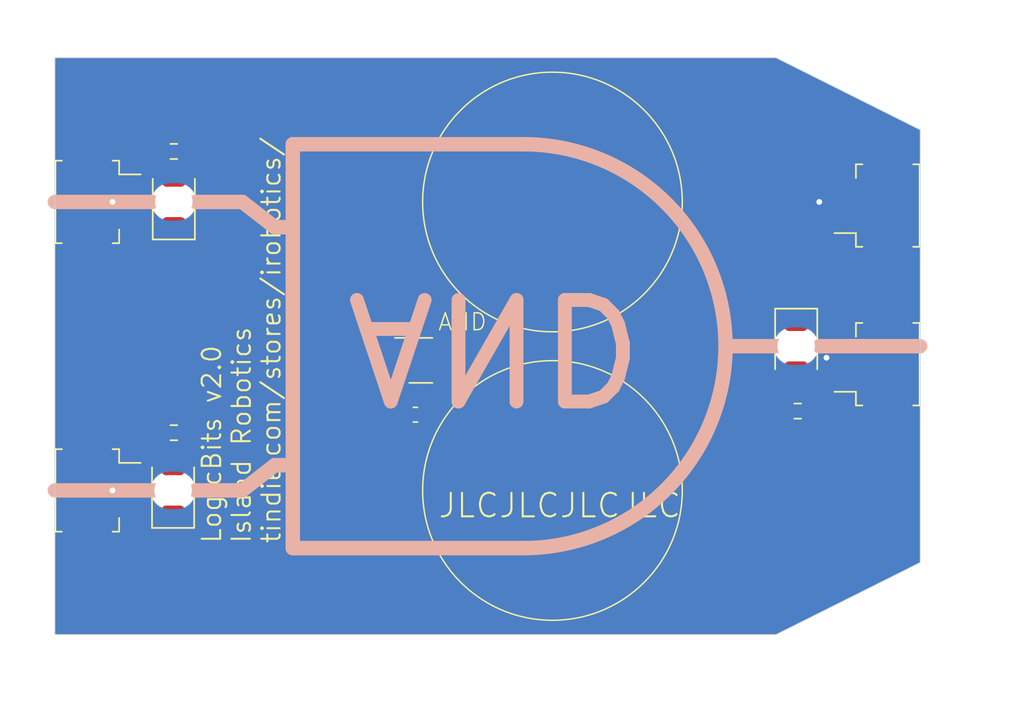
<source format=kicad_pcb>
(kicad_pcb (version 20240108) (generator "pcbnew") (generator_version "8.0")
  (layers (0 "F.Cu" signal) (31 "B.Cu" signal) (34 "B.Paste" user) (35 "F.Paste" user) (36 "B.SilkS" user "B.Silkscreen") (37 "F.SilkS" user "F.Silkscreen") (38 "B.Mask" user) (39 "F.Mask" user) (44 "Edge.Cuts" user))
  (net 0 "")
  (net 1 "GND")
  (net 2 "Net-(D1-A)")
  (net 3 "Net-(D2-A)")
  (net 4 "Net-(D3-A)")
  (net 5 "/A")
  (net 6 "/B")
  (net 7 "/Y")
  (net 8 "+5V")
  (footprint "Connector_Molex:Molex_PicoBlade_53261-0371_1x03-1MP_P1.25mm_Horizontal" (layer "F.Cu") (at 120.75 95 -90)
    (property "Reference" "J1" (hide yes))
    (property "Value" "Conn_01x03_Male" (hide yes))
    (fp_line (start -2.86 2.71) (end 2.86 2.71) (stroke (width 0.12)) (layer "F.SilkS"))
    (fp_line (start 2.86 2.71) (end 2.86 2.26) (stroke (width 0.12)) (layer "F.SilkS"))
    (fp_line (start -2.86 2.26) (end -2.86 2.71) (stroke (width 0.12)) (layer "F.SilkS"))
    (fp_line (start -2.86 -1.26) (end -2.86 -1.71) (stroke (width 0.12)) (layer "F.SilkS"))
    (fp_line (start 2.86 -1.26) (end 2.86 -1.71) (stroke (width 0.12)) (layer "F.SilkS"))
    (fp_line (start -2.86 -1.71) (end -1.91 -1.71) (stroke (width 0.12)) (layer "F.SilkS"))
    (fp_line (start -1.91 -1.71) (end -1.91 -3.2) (stroke (width 0.12)) (layer "F.SilkS"))
    (fp_line (start 2.86 -1.71) (end 1.91 -1.71) (stroke (width 0.12)) (layer "F.SilkS"))
    (pad "1" smd roundrect (at -1.25 -2.4 270) (size 0.8 1.6) (layers "F.Cu" "F.Paste" "F.Mask") (net 5 "/A"))
    (pad "2" smd roundrect (at 0 -2.4 270) (size 0.8 1.6) (layers "F.Cu" "F.Paste" "F.Mask") (net 1 "GND"))
    (pad "3" smd roundrect (at 1.25 -2.4 270) (size 0.8 1.6) (layers "F.Cu" "F.Paste" "F.Mask") (net 8 "+5V"))
    (pad "MP" smd roundrect (at -3.8 0.5 270) (size 2.1 3) (layers "F.Cu" "F.Paste" "F.Mask") (roundrect_rratio 0.1190480952))
    (pad "MP" smd roundrect (at 3.8 0.5 270) (size 2.1 3) (layers "F.Cu" "F.Paste" "F.Mask") (roundrect_rratio 0.1190480952))
  )
  (footprint "Connector_Molex:Molex_PicoBlade_53261-0371_1x03-1MP_P1.25mm_Horizontal" (layer "F.Cu") (at 175.25 95.25 90)
    (property "Reference" "J4" (hide yes))
    (property "Value" "Conn_01x03_Male" (hide yes))
    (fp_line (start 2.86 -1.71) (end 1.91 -1.71) (stroke (width 0.12)) (layer "F.SilkS"))
    (fp_line (start -1.91 -1.71) (end -1.91 -3.2) (stroke (width 0.12)) (layer "F.SilkS"))
    (fp_line (start -2.86 -1.71) (end -1.91 -1.71) (stroke (width 0.12)) (layer "F.SilkS"))
    (fp_line (start 2.86 -1.26) (end 2.86 -1.71) (stroke (width 0.12)) (layer "F.SilkS"))
    (fp_line (start -2.86 -1.26) (end -2.86 -1.71) (stroke (width 0.12)) (layer "F.SilkS"))
    (fp_line (start -2.86 2.26) (end -2.86 2.71) (stroke (width 0.12)) (layer "F.SilkS"))
    (fp_line (start 2.86 2.71) (end 2.86 2.26) (stroke (width 0.12)) (layer "F.SilkS"))
    (fp_line (start -2.86 2.71) (end 2.86 2.71) (stroke (width 0.12)) (layer "F.SilkS"))
    (pad "1" smd roundrect (at -1.25 -2.4 90) (size 0.8 1.6) (layers "F.Cu" "F.Paste" "F.Mask") (net 7 "/Y"))
    (pad "2" smd roundrect (at 0 -2.4 90) (size 0.8 1.6) (layers "F.Cu" "F.Paste" "F.Mask") (net 1 "GND"))
    (pad "3" smd roundrect (at 1.25 -2.4 90) (size 0.8 1.6) (layers "F.Cu" "F.Paste" "F.Mask") (net 8 "+5V"))
    (pad "MP" smd roundrect (at -3.8 0.5 90) (size 2.1 3) (layers "F.Cu" "F.Paste" "F.Mask") (roundrect_rratio 0.1190480952))
    (pad "MP" smd roundrect (at 3.8 0.5 90) (size 2.1 3) (layers "F.Cu" "F.Paste" "F.Mask") (roundrect_rratio 0.1190480952))
  )
  (footprint "shurik-personal:LITE_ON_LTST_C230TBKT-LED_1206_3216Metric_ReverseMount" (layer "F.Cu") (at 169.4 105 -90)
    (property "Reference" "D3" (hide yes))
    (property "Value" "LED" (hide yes))
    (fp_line (start -2.6 1.46) (end 1.6 1.46) (stroke (width 0.12)) (layer "F.SilkS"))
    (fp_line (start -2.6 -1.46) (end -2.6 1.46) (stroke (width 0.12)) (layer "F.SilkS"))
    (fp_line (start 1.6 -1.46) (end -2.6 -1.46) (stroke (width 0.12)) (layer "F.SilkS"))
    (pad "" np_thru_hole oval (at 0 0 270) (size 2.1 2.6) (drill oval 2.1 2.6) (layers "F&B.Cu" "*.Mask"))
    (pad "1" smd roundrect (at -1.8 0 270) (size 1.5 1.6) (layers "F.Cu" "F.Paste" "F.Mask") (roundrect_rratio 0.2) (net 1 "GND"))
    (pad "2" smd roundrect (at 1.8 0 270) (size 1.5 1.6) (layers "F.Cu" "F.Paste" "F.Mask") (roundrect_rratio 0.2) (net 4 "Net-(D3-A)"))
  )
  (footprint "Package_TO_SOT_SMD:SOT-23-5" (layer "F.Cu") (at 143.3775 105.984)
    (property "Reference" "U1" (hide yes))
    (property "Value" "74LVC1G08" (hide yes))
    (fp_line (start 0 -1.56) (end -1.8 -1.56) (stroke (width 0.12)) (layer "F.SilkS"))
    (fp_line (start 0 -1.56) (end 0.8 -1.56) (stroke (width 0.12)) (layer "F.SilkS"))
    (fp_line (start 0 1.56) (end -0.8 1.56) (stroke (width 0.12)) (layer "F.SilkS"))
    (fp_line (start 0 1.56) (end 0.8 1.56) (stroke (width 0.12)) (layer "F.SilkS"))
    (pad "1" smd roundrect (at -1.1375 -0.95) (size 1.325 0.6) (layers "F.Cu" "F.Paste" "F.Mask") (net 5 "/A"))
    (pad "2" smd roundrect (at -1.1375 0) (size 1.325 0.6) (layers "F.Cu" "F.Paste" "F.Mask") (net 6 "/B"))
    (pad "3" smd roundrect (at -1.1375 0.95) (size 1.325 0.6) (layers "F.Cu" "F.Paste" "F.Mask") (net 1 "GND"))
    (pad "4" smd roundrect (at 1.1375 0.95) (size 1.325 0.6) (layers "F.Cu" "F.Paste" "F.Mask") (net 7 "/Y"))
    (pad "5" smd roundrect (at 1.1375 -0.95) (size 1.325 0.6) (layers "F.Cu" "F.Paste" "F.Mask") (net 8 "+5V"))
  )
  (footprint "shurik-personal:LITE_ON_LTST_C230TBKT-LED_1206_3216Metric_ReverseMount" (layer "F.Cu") (at 126.25 95 90)
    (property "Reference" "D1" (hide yes))
    (property "Value" "LED" (hide yes))
    (fp_line (start 1.6 -1.46) (end -2.6 -1.46) (stroke (width 0.12)) (layer "F.SilkS"))
    (fp_line (start -2.6 -1.46) (end -2.6 1.46) (stroke (width 0.12)) (layer "F.SilkS"))
    (fp_line (start -2.6 1.46) (end 1.6 1.46) (stroke (width 0.12)) (layer "F.SilkS"))
    (pad "" np_thru_hole oval (at 0 0 90) (size 2.1 2.6) (drill oval 2.1 2.6) (layers "F&B.Cu" "*.Mask"))
    (pad "1" smd roundrect (at -1.8 0 90) (size 1.5 1.6) (layers "F.Cu" "F.Paste" "F.Mask") (roundrect_rratio 0.2) (net 1 "GND"))
    (pad "2" smd roundrect (at 1.8 0 90) (size 1.5 1.6) (layers "F.Cu" "F.Paste" "F.Mask") (roundrect_rratio 0.2) (net 2 "Net-(D1-A)"))
  )
  (footprint "Resistor_SMD:R_0603_1608Metric" (layer "F.Cu") (at 169.5 109.5)
    (property "Reference" "R3" (hide yes))
    (property "Value" "330" (hide yes))
    (fp_line (start -0.237258 -0.5225) (end 0.237258 -0.5225) (stroke (width 0.12)) (layer "F.SilkS"))
    (fp_line (start -0.237258 0.5225) (end 0.237258 0.5225) (stroke (width 0.12)) (layer "F.SilkS"))
    (pad "1" smd roundrect (at -0.825 0) (size 0.8 0.95) (layers "F.Cu" "F.Paste" "F.Mask") (net 7 "/Y"))
    (pad "2" smd roundrect (at 0.825 0) (size 0.8 0.95) (layers "F.Cu" "F.Paste" "F.Mask") (net 4 "Net-(D3-A)"))
  )
  (footprint "Resistor_SMD:R_0603_1608Metric" (layer "F.Cu") (at 126.25 91.5)
    (property "Reference" "R1" (hide yes))
    (property "Value" "330" (hide yes))
    (fp_line (start -0.237258 -0.5225) (end 0.237258 -0.5225) (stroke (width 0.12)) (layer "F.SilkS"))
    (fp_line (start -0.237258 0.5225) (end 0.237258 0.5225) (stroke (width 0.12)) (layer "F.SilkS"))
    (pad "1" smd roundrect (at -0.825 0) (size 0.8 0.95) (layers "F.Cu" "F.Paste" "F.Mask") (net 5 "/A"))
    (pad "2" smd roundrect (at 0.825 0) (size 0.8 0.95) (layers "F.Cu" "F.Paste" "F.Mask") (net 2 "Net-(D1-A)"))
  )
  (footprint "Capacitor_SMD:C_0603_1608Metric" (layer "F.Cu") (at 143 109.75 180)
    (property "Reference" "C1" (hide yes))
    (property "Value" "100nF" (hide yes))
    (fp_line (start -0.14058 0.51) (end 0.14058 0.51) (stroke (width 0.12)) (layer "F.SilkS"))
    (fp_line (start -0.14058 -0.51) (end 0.14058 -0.51) (stroke (width 0.12)) (layer "F.SilkS"))
    (pad "1" smd roundrect (at -0.775 0 180) (size 0.9 0.95) (layers "F.Cu" "F.Paste" "F.Mask") (net 8 "+5V"))
    (pad "2" smd roundrect (at 0.775 0 180) (size 0.9 0.95) (layers "F.Cu" "F.Paste" "F.Mask") (net 1 "GND"))
  )
  (footprint "Connector_Molex:Molex_PicoBlade_53261-0371_1x03-1MP_P1.25mm_Horizontal" (layer "F.Cu") (at 175.25 106.25 90)
    (property "Reference" "J3" (hide yes))
    (property "Value" "Conn_01x03_Male" (hide yes))
    (fp_line (start 2.86 -1.71) (end 1.91 -1.71) (stroke (width 0.12)) (layer "F.SilkS"))
    (fp_line (start -1.91 -1.71) (end -1.91 -3.2) (stroke (width 0.12)) (layer "F.SilkS"))
    (fp_line (start -2.86 -1.71) (end -1.91 -1.71) (stroke (width 0.12)) (layer "F.SilkS"))
    (fp_line (start 2.86 -1.26) (end 2.86 -1.71) (stroke (width 0.12)) (layer "F.SilkS"))
    (fp_line (start -2.86 -1.26) (end -2.86 -1.71) (stroke (width 0.12)) (layer "F.SilkS"))
    (fp_line (start -2.86 2.26) (end -2.86 2.71) (stroke (width 0.12)) (layer "F.SilkS"))
    (fp_line (start 2.86 2.71) (end 2.86 2.26) (stroke (width 0.12)) (layer "F.SilkS"))
    (fp_line (start -2.86 2.71) (end 2.86 2.71) (stroke (width 0.12)) (layer "F.SilkS"))
    (pad "1" smd roundrect (at -1.25 -2.4 90) (size 0.8 1.6) (layers "F.Cu" "F.Paste" "F.Mask") (net 7 "/Y"))
    (pad "2" smd roundrect (at 0 -2.4 90) (size 0.8 1.6) (layers "F.Cu" "F.Paste" "F.Mask") (net 1 "GND"))
    (pad "3" smd roundrect (at 1.25 -2.4 90) (size 0.8 1.6) (layers "F.Cu" "F.Paste" "F.Mask") (net 8 "+5V"))
    (pad "MP" smd roundrect (at -3.8 0.5 90) (size 2.1 3) (layers "F.Cu" "F.Paste" "F.Mask") (roundrect_rratio 0.1190480952))
    (pad "MP" smd roundrect (at 3.8 0.5 90) (size 2.1 3) (layers "F.Cu" "F.Paste" "F.Mask") (roundrect_rratio 0.1190480952))
  )
  (footprint "Connector_Molex:Molex_PicoBlade_53261-0371_1x03-1MP_P1.25mm_Horizontal" (layer "F.Cu") (at 120.75 115 -90)
    (property "Reference" "J2" (hide yes))
    (property "Value" "Conn_01x03_Male" (hide yes))
    (fp_line (start -2.86 2.71) (end 2.86 2.71) (stroke (width 0.12)) (layer "F.SilkS"))
    (fp_line (start 2.86 2.71) (end 2.86 2.26) (stroke (width 0.12)) (layer "F.SilkS"))
    (fp_line (start -2.86 2.26) (end -2.86 2.71) (stroke (width 0.12)) (layer "F.SilkS"))
    (fp_line (start -2.86 -1.26) (end -2.86 -1.71) (stroke (width 0.12)) (layer "F.SilkS"))
    (fp_line (start 2.86 -1.26) (end 2.86 -1.71) (stroke (width 0.12)) (layer "F.SilkS"))
    (fp_line (start -2.86 -1.71) (end -1.91 -1.71) (stroke (width 0.12)) (layer "F.SilkS"))
    (fp_line (start -1.91 -1.71) (end -1.91 -3.2) (stroke (width 0.12)) (layer "F.SilkS"))
    (fp_line (start 2.86 -1.71) (end 1.91 -1.71) (stroke (width 0.12)) (layer "F.SilkS"))
    (pad "1" smd roundrect (at -1.25 -2.4 270) (size 0.8 1.6) (layers "F.Cu" "F.Paste" "F.Mask") (net 6 "/B"))
    (pad "2" smd roundrect (at 0 -2.4 270) (size 0.8 1.6) (layers "F.Cu" "F.Paste" "F.Mask") (net 1 "GND"))
    (pad "3" smd roundrect (at 1.25 -2.4 270) (size 0.8 1.6) (layers "F.Cu" "F.Paste" "F.Mask") (net 8 "+5V"))
    (pad "MP" smd roundrect (at -3.8 0.5 270) (size 2.1 3) (layers "F.Cu" "F.Paste" "F.Mask") (roundrect_rratio 0.1190480952))
    (pad "MP" smd roundrect (at 3.8 0.5 270) (size 2.1 3) (layers "F.Cu" "F.Paste" "F.Mask") (roundrect_rratio 0.1190480952))
  )
  (footprint "Resistor_SMD:R_0603_1608Metric" (layer "F.Cu") (at 126.25 111)
    (property "Reference" "R2" (hide yes))
    (property "Value" "330" (hide yes))
    (fp_line (start -0.237258 -0.5225) (end 0.237258 -0.5225) (stroke (width 0.12)) (layer "F.SilkS"))
    (fp_line (start -0.237258 0.5225) (end 0.237258 0.5225) (stroke (width 0.12)) (layer "F.SilkS"))
    (pad "1" smd roundrect (at -0.825 0) (size 0.8 0.95) (layers "F.Cu" "F.Paste" "F.Mask") (net 6 "/B"))
    (pad "2" smd roundrect (at 0.825 0) (size 0.8 0.95) (layers "F.Cu" "F.Paste" "F.Mask") (net 3 "Net-(D2-A)"))
  )
  (footprint "shurik-personal:LITE_ON_LTST_C230TBKT-LED_1206_3216Metric_ReverseMount" (layer "F.Cu") (at 126.2 115 90)
    (property "Reference" "D2" (hide yes))
    (property "Value" "LED" (hide yes))
    (fp_line (start 1.6 -1.46) (end -2.6 -1.46) (stroke (width 0.12)) (layer "F.SilkS"))
    (fp_line (start -2.6 -1.46) (end -2.6 1.46) (stroke (width 0.12)) (layer "F.SilkS"))
    (fp_line (start -2.6 1.46) (end 1.6 1.46) (stroke (width 0.12)) (layer "F.SilkS"))
    (pad "" np_thru_hole oval (at 0 0 90) (size 2.1 2.6) (drill oval 2.1 2.6) (layers "F&B.Cu" "*.Mask"))
    (pad "1" smd roundrect (at -1.8 0 90) (size 1.5 1.6) (layers "F.Cu" "F.Paste" "F.Mask") (roundrect_rratio 0.2) (net 1 "GND"))
    (pad "2" smd roundrect (at 1.8 0 90) (size 1.5 1.6) (layers "F.Cu" "F.Paste" "F.Mask") (roundrect_rratio 0.2) (net 3 "Net-(D2-A)"))
  )
  (gr_line (start 131 115) (end 127.75 115) (stroke (width 1)) (layer "B.SilkS"))
  (gr_line (start 133.25 96.75) (end 134.5 96.75) (stroke (width 1)) (layer "B.SilkS"))
  (gr_arc (start 150.5 91) (mid 164.5 105) (end 150.5 119) (stroke (width 1)) (layer "B.SilkS"))
  (gr_line (start 133.25 96.75) (end 131 95) (stroke (width 1)) (layer "B.SilkS"))
  (gr_line (start 127.75 95) (end 131 95) (stroke (width 1)) (layer "B.SilkS"))
  (gr_line (start 168.25 105) (end 164.5 105) (stroke (width 1)) (layer "B.SilkS"))
  (gr_line (start 118 115) (end 125 115) (stroke (width 1)) (layer "B.SilkS"))
  (gr_line (start 134.5 119) (end 150.5 119) (stroke (width 1)) (layer "B.SilkS"))
  (gr_line (start 131 115) (end 133.25 113.25) (stroke (width 1)) (layer "B.SilkS"))
  (gr_line (start 134.5 91) (end 150.5 91) (stroke (width 1)) (layer "B.SilkS"))
  (gr_line (start 134.5 91) (end 134.5 119) (stroke (width 1)) (layer "B.SilkS"))
  (gr_line (start 133.25 113.25) (end 134.5 113.25) (stroke (width 1)) (layer "B.SilkS"))
  (gr_line (start 124.75 95) (end 118 95) (stroke (width 1)) (layer "B.SilkS"))
  (gr_line (start 178 105) (end 171 105) (stroke (width 1)) (layer "B.SilkS"))
  (gr_circle (center 152.5011 115.0036) (end 161.5011 115.0036) (stroke (width 0.1)) (fill none) (layer "F.SilkS"))
  (gr_circle (center 152.5011 95.0036) (end 161.5011 95.0036) (stroke (width 0.1)) (fill none) (layer "F.SilkS"))
  (gr_line (start 168 85) (end 118 85) (stroke (width 0.05)) (layer "Edge.Cuts"))
  (gr_line (start 178 90) (end 168 85) (stroke (width 0.05)) (layer "Edge.Cuts"))
  (gr_line (start 118 125) (end 168 125) (stroke (width 0.05)) (layer "Edge.Cuts"))
  (gr_line (start 168 125) (end 178 120) (stroke (width 0.05)) (layer "Edge.Cuts"))
  (gr_line (start 118 85) (end 118 125) (stroke (width 0.05)) (layer "Edge.Cuts"))
  (gr_line (start 178 120) (end 178 90) (stroke (width 0.05)) (layer "Edge.Cuts"))
  (gr_text "AND" (at 148.5011 105.0036 -180) (layer "B.SilkS") (effects (font (size 7.04 7.04) (thickness 0.96)) (justify mirror)))
  (gr_text "JLCJLCJLCJLC" (at 144.5011 117.0036 0) (layer "F.SilkS") (effects (font (size 1.63576 1.63576) (thickness 0.14224)) (justify left bottom)))
  (gr_text "LogicBits v2.0\nIsland Robotics\ntindie.com/stores/irobotics/" (at 133.75 118.75 90) (layer "F.SilkS") (effects (font (size 1.28016 1.28016) (thickness 0.14224)) (justify left bottom)))
  (gr_text "AND" (at 144.5011 104.0036 0) (layer "F.SilkS") (effects (font (size 1.1684 1.1684) (thickness 0.1016)) (justify left bottom)))
  (segment (start 123.15 115) (end 122 115) (width 0.3) (layer "F.Cu") (net 1))
  (segment (start 126.25 96.8) (end 125.55 96.8) (width 0.3) (layer "F.Cu") (net 1))
  (segment (start 123.15 95) (end 122 95) (width 0.3) (layer "F.Cu") (net 1))
  (segment (start 171.75 106.25) (end 171.5 106) (width 0.3) (layer "F.Cu") (net 1))
  (segment (start 123.15 95) (end 123.95007 95) (width 0.3) (layer "F.Cu") (net 1))
  (segment (start 170.95 103.2) (end 169.5 103.2) (width 0.3) (layer "F.Cu") (net 1))
  (segment (start 123.75 115) (end 125.55 116.8) (width 0.3) (layer "F.Cu") (net 1))
  (segment (start 136.7 116.8) (end 142.25 111.25) (width 0.3) (layer "F.Cu") (net 1))
  (segment (start 142.25 111.25) (end 142.25 106.944) (width 0.3) (layer "F.Cu") (net 1))
  (segment (start 126.25 116.8) (end 136.7 116.8) (width 0.3) (layer "F.Cu") (net 1))
  (segment (start 172.85 106.25) (end 171.75 106.25) (width 0.3) (layer "F.Cu") (net 1))
  (segment (start 171.5 106) (end 171.5 105.8) (width 0.3) (layer "F.Cu") (net 1))
  (segment (start 171.5 105.8) (end 171.5 103.75) (width 0.3) (layer "F.Cu") (net 1))
  (segment (start 123.95007 95) (end 125.75007 96.8) (width 0.3) (layer "F.Cu") (net 1))
  (segment (start 171.25 95.25) (end 171 95) (width 0.3) (layer "F.Cu") (net 1))
  (segment (start 125.55 116.8) (end 126.25 116.8) (width 0.3) (layer "F.Cu") (net 1))
  (segment (start 171.5 103.75) (end 170.95 103.2) (width 0.3) (layer "F.Cu") (net 1))
  (segment (start 172.85 95.25) (end 171.25 95.25) (width 0.3) (layer "F.Cu") (net 1))
  (via (at 122 115) (size 0.8) (drill 0.4) (layers "F.Cu" "B.Cu") (net 1))
  (via (at 171.5 105.8) (size 0.8) (drill 0.4) (layers "F.Cu" "B.Cu") (net 1))
  (via (at 122 95) (size 0.8) (drill 0.4) (layers "F.Cu" "B.Cu") (net 1))
  (via (at 171 95) (size 0.8) (drill 0.4) (layers "F.Cu" "B.Cu") (net 1))
  (segment (start 127.075 92.375) (end 126.25 93.2) (width 0.3) (layer "F.Cu") (net 2))
  (segment (start 127.075 91.5) (end 127.075 92.375) (width 0.3) (layer "F.Cu") (net 2))
  (segment (start 127.075 111) (end 127.075 112.375) (width 0.3) (layer "F.Cu") (net 3))
  (segment (start 127.075 112.375) (end 126.25 113.2) (width 0.3) (layer "F.Cu") (net 3))
  (segment (start 169.5 106.8) (end 169.5 107.8) (width 0.3) (layer "F.Cu") (net 4))
  (segment (start 170.325 108.625) (end 170.325 109.5) (width 0.3) (layer "F.Cu") (net 4))
  (segment (start 169.5 107.8) (end 170.325 108.625) (width 0.3) (layer "F.Cu") (net 4))
  (segment (start 142.24 99.24) (end 142.24 105.034) (width 0.3) (layer "F.Cu") (net 5))
  (segment (start 126.2 89.9) (end 132.9 89.9) (width 0.3) (layer "F.Cu") (net 5))
  (segment (start 123.15 93.75) (end 123.15 93.1) (width 0.3) (layer "F.Cu") (net 5))
  (segment (start 124.75 91.5) (end 125.425 91.5) (width 0.3) (layer "F.Cu") (net 5))
  (segment (start 125.425 91.5) (end 125.425 90.675) (width 0.3) (layer "F.Cu") (net 5))
  (segment (start 125.425 90.675) (end 126.2 89.9) (width 0.3) (layer "F.Cu") (net 5))
  (segment (start 132.9 89.9) (end 142.24 99.24) (width 0.3) (layer "F.Cu") (net 5))
  (segment (start 123.15 93.1) (end 124.75 91.5) (width 0.3) (layer "F.Cu") (net 5))
  (segment (start 123.15 112.6) (end 124.75 111) (width 0.3) (layer "F.Cu") (net 6))
  (segment (start 130.266 105.984) (end 142.24 105.984) (width 0.3) (layer "F.Cu") (net 6))
  (segment (start 125.425 110.825) (end 130.266 105.984) (width 0.3) (layer "F.Cu") (net 6))
  (segment (start 124.75 111) (end 125.425 111) (width 0.3) (layer "F.Cu") (net 6))
  (segment (start 123.15 113.75) (end 123.15 112.6) (width 0.3) (layer "F.Cu") (net 6))
  (segment (start 171 110.75) (end 172.85 108.9) (width 0.3) (layer "F.Cu") (net 7))
  (segment (start 163.934 106.934) (end 163.934 102.566) (width 0.3) (layer "F.Cu") (net 7))
  (segment (start 168.75 110.75) (end 171 110.75) (width 0.3) (layer "F.Cu") (net 7))
  (segment (start 163.934 102.566) (end 170 96.5) (width 0.3) (layer "F.Cu") (net 7))
  (segment (start 163.934 106.934) (end 164 107) (width 0.3) (layer "F.Cu") (net 7))
  (segment (start 168.675 109.5) (end 168.675 110.675) (width 0.3) (layer "F.Cu") (net 7))
  (segment (start 172.85 108.9) (end 172.85 107.5) (width 0.3) (layer "F.Cu") (net 7))
  (segment (start 170 96.5) (end 172.85 96.5) (width 0.3) (layer "F.Cu") (net 7))
  (segment (start 167.75 110.75) (end 168.75 110.75) (width 0.3) (layer "F.Cu") (net 7))
  (segment (start 144.515 106.934) (end 163.934 106.934) (width 0.3) (layer "F.Cu") (net 7))
  (segment (start 168.675 110.675) (end 168.75 110.75) (width 0.3) (layer "F.Cu") (net 7))
  (segment (start 164 107) (end 167.75 110.75) (width 0.3) (layer "F.Cu") (net 7))
  (segment (start 133.5 88.2) (end 144.5 99.2) (width 0.3) (layer "F.Cu") (net 8))
  (segment (start 143.4 106.149) (end 143.4 109.375) (width 0.3) (layer "F.Cu") (net 8))
  (segment (start 144.5 99.2) (end 144.5 105.019) (width 0.3) (layer "F.Cu") (net 8))
  (segment (start 136.5 119) (end 143.7 111.8) (width 0.3) (layer "F.Cu") (net 8))
  (segment (start 172.85 105) (end 174.25 105) (width 0.3) (layer "F.Cu") (net 8))
  (segment (start 143.775 111.725) (end 143.775 109.75) (width 0.3) (layer "F.Cu") (net 8))
  (segment (start 144.515 105.034) (end 143.4 106.149) (width 0.3) (layer "F.Cu") (net 8))
  (segment (start 123.15 96.25) (end 121.25 96.25) (width 0.3) (layer "F.Cu") (net 8))
  (segment (start 123.25 118) (end 124.25 119) (width 0.3) (layer "F.Cu") (net 8))
  (segment (start 123.25 116.35) (end 123.25 118) (width 0.3) (layer "F.Cu") (net 8))
  (segment (start 149.7 94) (end 144.5 99.2) (width 0.3) (layer "F.Cu") (net 8))
  (segment (start 143.7 111.8) (end 143.775 111.725) (width 0.3) (layer "F.Cu") (net 8))
  (segment (start 174.75 108) (end 170.95 111.8) (width 0.3) (layer "F.Cu") (net 8))
  (segment (start 174.25 105) (end 174.75 105.5) (width 0.3) (layer "F.Cu") (net 8))
  (segment (start 124.25 119) (end 136.5 119) (width 0.3) (layer "F.Cu") (net 8))
  (segment (start 126.8 88.2) (end 133.5 88.2) (width 0.3) (layer "F.Cu") (net 8))
  (segment (start 121.25 96.25) (end 120.8 95.8) (width 0.3) (layer "F.Cu") (net 8))
  (segment (start 174.75 105.5) (end 174.75 108) (width 0.3) (layer "F.Cu") (net 8))
  (segment (start 143.775 109.75) (end 143.4 109.375) (width 0.3) (layer "F.Cu") (net 8))
  (segment (start 172.85 94) (end 149.7 94) (width 0.3) (layer "F.Cu") (net 8))
  (segment (start 120.8 94.2) (end 126.8 88.2) (width 0.3) (layer "F.Cu") (net 8))
  (segment (start 120.8 95.8) (end 120.8 94.2) (width 0.3) (layer "F.Cu") (net 8))
  (segment (start 170.95 111.8) (end 143.7 111.8) (width 0.3) (layer "F.Cu") (net 8))
  (zone (net 1) (net_name "GND") (layer "B.Cu") (priority 6) (connect_pads (clearance 0.000001)) (min_thickness 0.1) (fill yes (thermal_gap 0.25) (thermal_bridge_width 0.25))
    (polygon (pts (xy 185.2 129.8) (xy 115.6 128.4) (xy 114.2 81.2) (xy 184.8 81)))
  )
)
</source>
